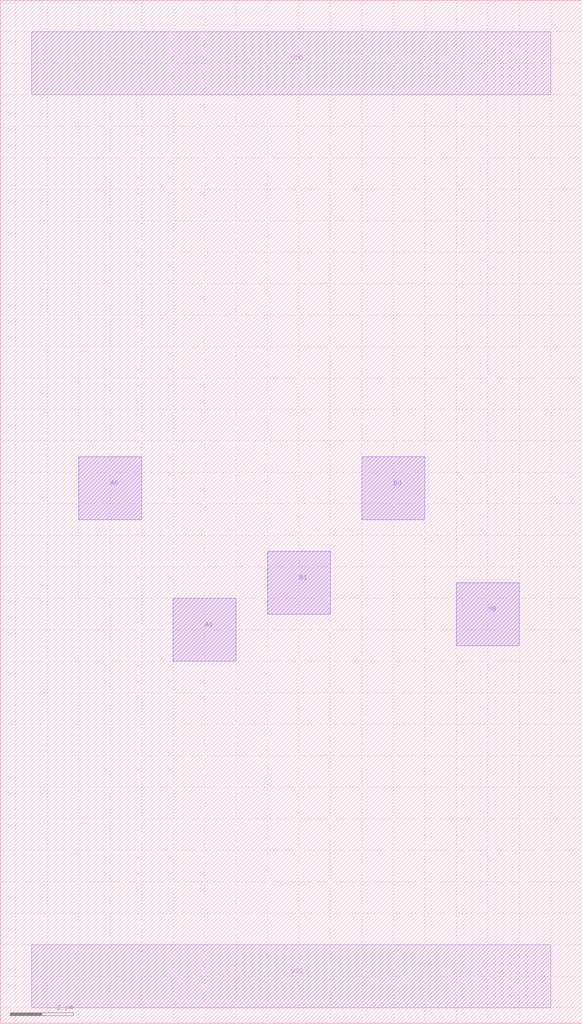
<source format=lef>
# C:/Users/akita/Documents/na222.lef
# Created by Glade release version 4.7.35 compiled on May 19 2020 19:14:35
# Run by akita on host LAPTOP-E0CJ65QR at Wed Jun  3 17:37:09 2020

VERSION 5.6 ;
NAMESCASESENSITIVE ON ;
BUSBITCHARS "[]" ;
DIVIDERCHAR "/"  ;
UNITS
    DATABASE MICRONS 1000 ;
END UNITS

MACRO na222
    CLASS core ;
    FOREIGN na222 -1.500 -1.500 ;
    ORIGIN 1.500 1.500 ;
    SIZE 18.500 BY 32.500 ;
    PIN YB
        DIRECTION OUTPUT ;
        USE SIGNAL ;
        PORT
        LAYER ML2 ;
        RECT 13.000 10.500 15.000 12.500 ;
        LAYER ML1 ;
        RECT 13.000 10.500 15.000 12.500 ;
        END
    END YB
    PIN A0
        DIRECTION INPUT ;
        USE SIGNAL ;
        PORT
        LAYER ML2 ;
        RECT 1.000 14.500 3.000 16.500 ;
        LAYER ML1 ;
        RECT 1.000 14.500 3.000 16.500 ;
        END
    END A0
    PIN A1
        DIRECTION INPUT ;
        USE SIGNAL ;
        PORT
        LAYER ML2 ;
        RECT 4.000 10.000 6.000 12.000 ;
        LAYER ML1 ;
        RECT 4.000 10.000 6.000 12.000 ;
        END
    END A1
    PIN VDD
        DIRECTION INOUT ;
        USE POWER ;
        PORT
        LAYER ML1 ;
        RECT -0.500 28.000 16.000 30.000 ;
        END
    END VDD
    PIN VSS
        DIRECTION INOUT ;
        USE GROUND ;
        PORT
        LAYER ML1 ;
        RECT -0.500 -1.000 16.000 1.000 ;
        END
    END VSS
    PIN B0
        DIRECTION INPUT ;
        USE SIGNAL ;
        PORT
        LAYER ML2 ;
        RECT 10.000 14.500 12.000 16.500 ;
        LAYER ML1 ;
        RECT 10.000 14.500 12.000 16.500 ;
        END
    END B0
    PIN B1
        DIRECTION INPUT ;
        USE SIGNAL ;
        PORT
        LAYER ML2 ;
        RECT 7.000 11.500 9.000 13.500 ;
        LAYER ML1 ;
        RECT 7.000 11.500 9.000 13.500 ;
        END
    END B1
    OBS
    END
END na222

END LIBRARY

</source>
